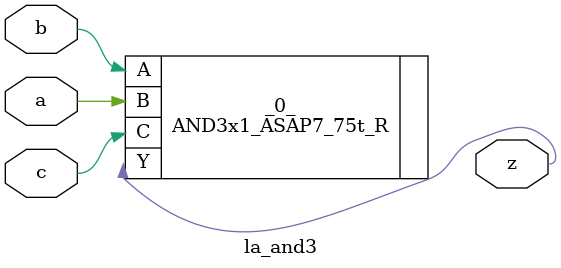
<source format=v>

/* Generated by Yosys 0.44 (git sha1 80ba43d26, g++ 11.4.0-1ubuntu1~22.04 -fPIC -O3) */

(* top =  1  *)
(* src = "generated" *)
(* keep_hierarchy *)
module la_and3 (
    a,
    b,
    c,
    z
);
  (* src = "generated" *)
  input a;
  wire a;
  (* src = "generated" *)
  input b;
  wire b;
  (* src = "generated" *)
  input c;
  wire c;
  (* src = "generated" *)
  output z;
  wire z;
  AND3x1_ASAP7_75t_R _0_ (
      .A(b),
      .B(a),
      .C(c),
      .Y(z)
  );
endmodule

</source>
